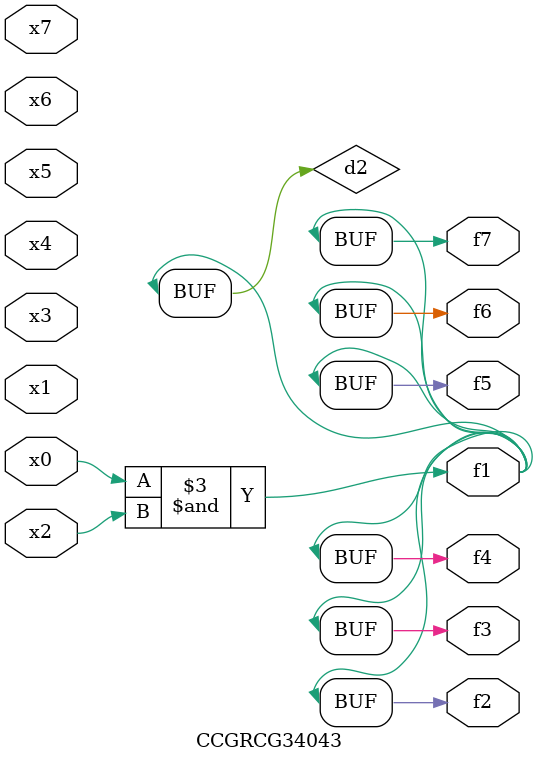
<source format=v>
module CCGRCG34043(
	input x0, x1, x2, x3, x4, x5, x6, x7,
	output f1, f2, f3, f4, f5, f6, f7
);

	wire d1, d2;

	nor (d1, x3, x6);
	and (d2, x0, x2);
	assign f1 = d2;
	assign f2 = d2;
	assign f3 = d2;
	assign f4 = d2;
	assign f5 = d2;
	assign f6 = d2;
	assign f7 = d2;
endmodule

</source>
